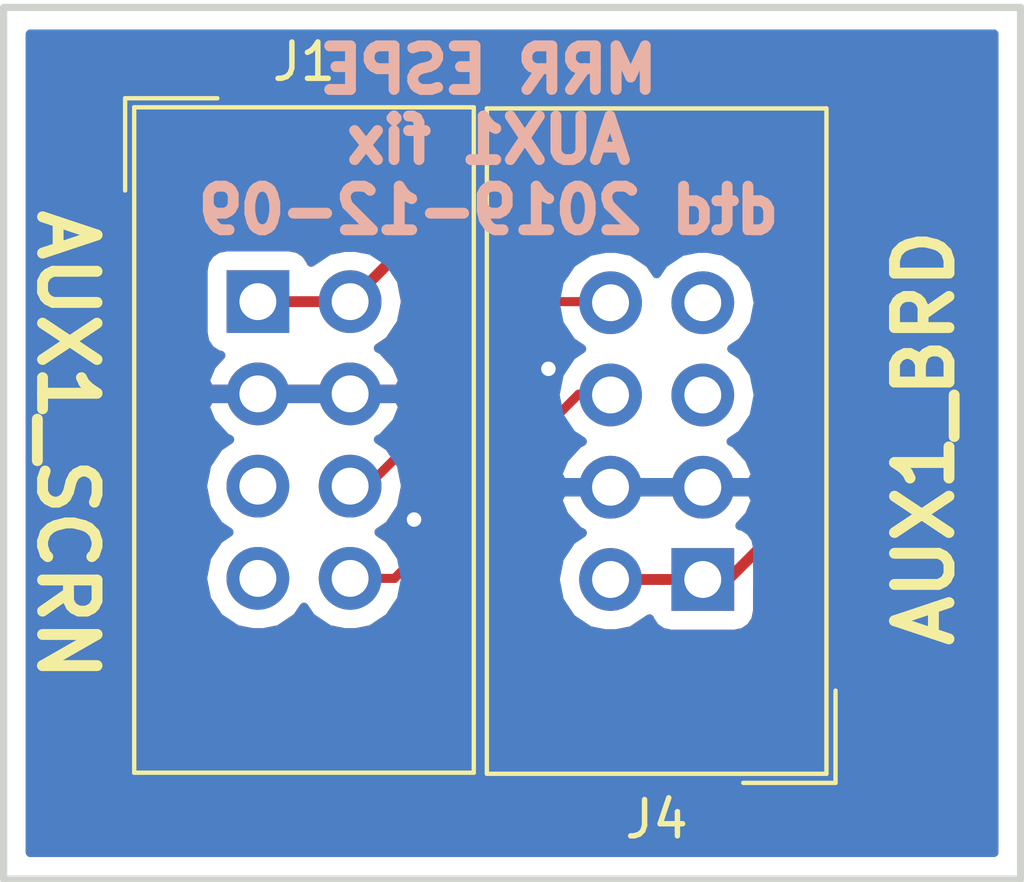
<source format=kicad_pcb>
(kicad_pcb (version 20171130) (host pcbnew 5.0.2-bee76a0~70~ubuntu18.04.1)

  (general
    (thickness 1.6)
    (drawings 7)
    (tracks 17)
    (zones 0)
    (modules 2)
    (nets 5)
  )

  (page A4)
  (layers
    (0 F.Cu signal)
    (31 B.Cu signal)
    (32 B.Adhes user)
    (33 F.Adhes user)
    (34 B.Paste user)
    (35 F.Paste user)
    (36 B.SilkS user)
    (37 F.SilkS user)
    (38 B.Mask user)
    (39 F.Mask user)
    (40 Dwgs.User user)
    (41 Cmts.User user)
    (42 Eco1.User user)
    (43 Eco2.User user)
    (44 Edge.Cuts user)
    (45 Margin user)
    (46 B.CrtYd user)
    (47 F.CrtYd user)
    (48 B.Fab user)
    (49 F.Fab user)
  )

  (setup
    (last_trace_width 0.25)
    (trace_clearance 0.2)
    (zone_clearance 0.508)
    (zone_45_only no)
    (trace_min 0.2)
    (segment_width 0.2)
    (edge_width 0.2)
    (via_size 0.8)
    (via_drill 0.4)
    (via_min_size 0.4)
    (via_min_drill 0.3)
    (uvia_size 0.3)
    (uvia_drill 0.1)
    (uvias_allowed no)
    (uvia_min_size 0.2)
    (uvia_min_drill 0.1)
    (pcb_text_width 0.3)
    (pcb_text_size 1.5 1.5)
    (mod_edge_width 0.15)
    (mod_text_size 1 1)
    (mod_text_width 0.15)
    (pad_size 2.5 2.5)
    (pad_drill 1)
    (pad_to_mask_clearance 0.051)
    (solder_mask_min_width 0.25)
    (aux_axis_origin 0 0)
    (visible_elements FFFFFF7F)
    (pcbplotparams
      (layerselection 0x010fc_ffffffff)
      (usegerberextensions true)
      (usegerberattributes false)
      (usegerberadvancedattributes false)
      (creategerberjobfile false)
      (excludeedgelayer true)
      (linewidth 0.100000)
      (plotframeref false)
      (viasonmask false)
      (mode 1)
      (useauxorigin false)
      (hpglpennumber 1)
      (hpglpenspeed 20)
      (hpglpendiameter 15.000000)
      (psnegative false)
      (psa4output false)
      (plotreference true)
      (plotvalue true)
      (plotinvisibletext false)
      (padsonsilk false)
      (subtractmaskfromsilk false)
      (outputformat 1)
      (mirror false)
      (drillshape 0)
      (scaleselection 1)
      (outputdirectory "gerber/"))
  )

  (net 0 "")
  (net 1 +5V)
  (net 2 GND)
  (net 3 TX)
  (net 4 RX)

  (net_class Default "This is the default net class."
    (clearance 0.2)
    (trace_width 0.25)
    (via_dia 0.8)
    (via_drill 0.4)
    (uvia_dia 0.3)
    (uvia_drill 0.1)
    (add_net GND)
    (add_net RX)
    (add_net TX)
  )

  (net_class +5V ""
    (clearance 0.2)
    (trace_width 0.3)
    (via_dia 0.8)
    (via_drill 0.4)
    (uvia_dia 0.3)
    (uvia_drill 0.1)
    (add_net +5V)
  )

  (module Connector_IDC:IDC-Header_2x04_P2.54mm_Vertical (layer F.Cu) (tedit 59DE070F) (tstamp 5DFC66A5)
    (at 89 61.1)
    (descr "Through hole straight IDC box header, 2x04, 2.54mm pitch, double rows")
    (tags "Through hole IDC box header THT 2x04 2.54mm double row")
    (path /5DEE281C)
    (fp_text reference J1 (at 1.27 -6.604) (layer F.SilkS)
      (effects (font (size 1 1) (thickness 0.15)))
    )
    (fp_text value AUX1_SCRN (at 1.27 14.224) (layer F.Fab)
      (effects (font (size 1 1) (thickness 0.15)))
    )
    (fp_text user %R (at 1.27 3.81) (layer F.Fab)
      (effects (font (size 1 1) (thickness 0.15)))
    )
    (fp_line (start 5.695 -5.1) (end 5.695 12.72) (layer F.Fab) (width 0.1))
    (fp_line (start 5.145 -4.56) (end 5.145 12.16) (layer F.Fab) (width 0.1))
    (fp_line (start -3.155 -5.1) (end -3.155 12.72) (layer F.Fab) (width 0.1))
    (fp_line (start -2.605 -4.56) (end -2.605 1.56) (layer F.Fab) (width 0.1))
    (fp_line (start -2.605 6.06) (end -2.605 12.16) (layer F.Fab) (width 0.1))
    (fp_line (start -2.605 1.56) (end -3.155 1.56) (layer F.Fab) (width 0.1))
    (fp_line (start -2.605 6.06) (end -3.155 6.06) (layer F.Fab) (width 0.1))
    (fp_line (start 5.695 -5.1) (end -3.155 -5.1) (layer F.Fab) (width 0.1))
    (fp_line (start 5.145 -4.56) (end -2.605 -4.56) (layer F.Fab) (width 0.1))
    (fp_line (start 5.695 12.72) (end -3.155 12.72) (layer F.Fab) (width 0.1))
    (fp_line (start 5.145 12.16) (end -2.605 12.16) (layer F.Fab) (width 0.1))
    (fp_line (start 5.695 -5.1) (end 5.145 -4.56) (layer F.Fab) (width 0.1))
    (fp_line (start 5.695 12.72) (end 5.145 12.16) (layer F.Fab) (width 0.1))
    (fp_line (start -3.155 -5.1) (end -2.605 -4.56) (layer F.Fab) (width 0.1))
    (fp_line (start -3.155 12.72) (end -2.605 12.16) (layer F.Fab) (width 0.1))
    (fp_line (start 5.95 -5.35) (end 5.95 12.97) (layer F.CrtYd) (width 0.05))
    (fp_line (start 5.95 12.97) (end -3.41 12.97) (layer F.CrtYd) (width 0.05))
    (fp_line (start -3.41 12.97) (end -3.41 -5.35) (layer F.CrtYd) (width 0.05))
    (fp_line (start -3.41 -5.35) (end 5.95 -5.35) (layer F.CrtYd) (width 0.05))
    (fp_line (start 5.945 -5.35) (end 5.945 12.97) (layer F.SilkS) (width 0.12))
    (fp_line (start 5.945 12.97) (end -3.405 12.97) (layer F.SilkS) (width 0.12))
    (fp_line (start -3.405 12.97) (end -3.405 -5.35) (layer F.SilkS) (width 0.12))
    (fp_line (start -3.405 -5.35) (end 5.945 -5.35) (layer F.SilkS) (width 0.12))
    (fp_line (start -3.655 -5.6) (end -3.655 -3.06) (layer F.SilkS) (width 0.12))
    (fp_line (start -3.655 -5.6) (end -1.115 -5.6) (layer F.SilkS) (width 0.12))
    (pad 1 thru_hole rect (at 0 0) (size 1.7272 1.7272) (drill 1.016) (layers *.Cu *.Mask)
      (net 1 +5V))
    (pad 2 thru_hole oval (at 2.54 0) (size 1.7272 1.7272) (drill 1.016) (layers *.Cu *.Mask)
      (net 1 +5V))
    (pad 3 thru_hole oval (at 0 2.54) (size 1.7272 1.7272) (drill 1.016) (layers *.Cu *.Mask)
      (net 2 GND))
    (pad 4 thru_hole oval (at 2.54 2.54) (size 1.7272 1.7272) (drill 1.016) (layers *.Cu *.Mask)
      (net 2 GND))
    (pad 5 thru_hole oval (at 0 5.08) (size 1.7272 1.7272) (drill 1.016) (layers *.Cu *.Mask))
    (pad 6 thru_hole oval (at 2.54 5.08) (size 1.7272 1.7272) (drill 1.016) (layers *.Cu *.Mask)
      (net 3 TX))
    (pad 7 thru_hole oval (at 0 7.62) (size 1.7272 1.7272) (drill 1.016) (layers *.Cu *.Mask))
    (pad 8 thru_hole oval (at 2.54 7.62) (size 1.7272 1.7272) (drill 1.016) (layers *.Cu *.Mask)
      (net 4 RX))
    (model ${KISYS3DMOD}/Connector_IDC.3dshapes/IDC-Header_2x04_P2.54mm_Vertical.wrl
      (at (xyz 0 0 0))
      (scale (xyz 1 1 1))
      (rotate (xyz 0 0 0))
    )
  )

  (module Connector_IDC:IDC-Header_2x04_P2.54mm_Vertical (layer F.Cu) (tedit 59DE070F) (tstamp 5DFC671B)
    (at 101.25 68.75 180)
    (descr "Through hole straight IDC box header, 2x04, 2.54mm pitch, double rows")
    (tags "Through hole IDC box header THT 2x04 2.54mm double row")
    (path /5DEE2858)
    (fp_text reference J4 (at 1.27 -6.604 180) (layer F.SilkS)
      (effects (font (size 1 1) (thickness 0.15)))
    )
    (fp_text value AUX1_BRD (at 1.27 14.224 180) (layer F.Fab)
      (effects (font (size 1 1) (thickness 0.15)))
    )
    (fp_line (start -3.655 -5.6) (end -1.115 -5.6) (layer F.SilkS) (width 0.12))
    (fp_line (start -3.655 -5.6) (end -3.655 -3.06) (layer F.SilkS) (width 0.12))
    (fp_line (start -3.405 -5.35) (end 5.945 -5.35) (layer F.SilkS) (width 0.12))
    (fp_line (start -3.405 12.97) (end -3.405 -5.35) (layer F.SilkS) (width 0.12))
    (fp_line (start 5.945 12.97) (end -3.405 12.97) (layer F.SilkS) (width 0.12))
    (fp_line (start 5.945 -5.35) (end 5.945 12.97) (layer F.SilkS) (width 0.12))
    (fp_line (start -3.41 -5.35) (end 5.95 -5.35) (layer F.CrtYd) (width 0.05))
    (fp_line (start -3.41 12.97) (end -3.41 -5.35) (layer F.CrtYd) (width 0.05))
    (fp_line (start 5.95 12.97) (end -3.41 12.97) (layer F.CrtYd) (width 0.05))
    (fp_line (start 5.95 -5.35) (end 5.95 12.97) (layer F.CrtYd) (width 0.05))
    (fp_line (start -3.155 12.72) (end -2.605 12.16) (layer F.Fab) (width 0.1))
    (fp_line (start -3.155 -5.1) (end -2.605 -4.56) (layer F.Fab) (width 0.1))
    (fp_line (start 5.695 12.72) (end 5.145 12.16) (layer F.Fab) (width 0.1))
    (fp_line (start 5.695 -5.1) (end 5.145 -4.56) (layer F.Fab) (width 0.1))
    (fp_line (start 5.145 12.16) (end -2.605 12.16) (layer F.Fab) (width 0.1))
    (fp_line (start 5.695 12.72) (end -3.155 12.72) (layer F.Fab) (width 0.1))
    (fp_line (start 5.145 -4.56) (end -2.605 -4.56) (layer F.Fab) (width 0.1))
    (fp_line (start 5.695 -5.1) (end -3.155 -5.1) (layer F.Fab) (width 0.1))
    (fp_line (start -2.605 6.06) (end -3.155 6.06) (layer F.Fab) (width 0.1))
    (fp_line (start -2.605 1.56) (end -3.155 1.56) (layer F.Fab) (width 0.1))
    (fp_line (start -2.605 6.06) (end -2.605 12.16) (layer F.Fab) (width 0.1))
    (fp_line (start -2.605 -4.56) (end -2.605 1.56) (layer F.Fab) (width 0.1))
    (fp_line (start -3.155 -5.1) (end -3.155 12.72) (layer F.Fab) (width 0.1))
    (fp_line (start 5.145 -4.56) (end 5.145 12.16) (layer F.Fab) (width 0.1))
    (fp_line (start 5.695 -5.1) (end 5.695 12.72) (layer F.Fab) (width 0.1))
    (fp_text user %R (at 1.27 3.81 180) (layer F.Fab)
      (effects (font (size 1 1) (thickness 0.15)))
    )
    (pad 8 thru_hole oval (at 2.54 7.62 180) (size 1.7272 1.7272) (drill 1.016) (layers *.Cu *.Mask)
      (net 3 TX))
    (pad 7 thru_hole oval (at 0 7.62 180) (size 1.7272 1.7272) (drill 1.016) (layers *.Cu *.Mask))
    (pad 6 thru_hole oval (at 2.54 5.08 180) (size 1.7272 1.7272) (drill 1.016) (layers *.Cu *.Mask)
      (net 4 RX))
    (pad 5 thru_hole oval (at 0 5.08 180) (size 1.7272 1.7272) (drill 1.016) (layers *.Cu *.Mask))
    (pad 4 thru_hole oval (at 2.54 2.54 180) (size 1.7272 1.7272) (drill 1.016) (layers *.Cu *.Mask)
      (net 2 GND))
    (pad 3 thru_hole oval (at 0 2.54 180) (size 1.7272 1.7272) (drill 1.016) (layers *.Cu *.Mask)
      (net 2 GND))
    (pad 2 thru_hole oval (at 2.54 0 180) (size 1.7272 1.7272) (drill 1.016) (layers *.Cu *.Mask)
      (net 1 +5V))
    (pad 1 thru_hole rect (at 0 0 180) (size 1.7272 1.7272) (drill 1.016) (layers *.Cu *.Mask)
      (net 1 +5V))
    (model ${KISYS3DMOD}/Connector_IDC.3dshapes/IDC-Header_2x04_P2.54mm_Vertical.wrl
      (at (xyz 0 0 0))
      (scale (xyz 1 1 1))
      (rotate (xyz 0 0 0))
    )
  )

  (gr_text "MRR ESPE\nAUX1 fix\ndtd 2019-12-09" (at 95.35 56.65) (layer B.SilkS)
    (effects (font (size 1.2 1.2) (thickness 0.3)) (justify mirror))
  )
  (gr_line (start 110 53) (end 110 77) (layer Edge.Cuts) (width 0.2))
  (gr_line (start 82 77) (end 82 53) (layer Edge.Cuts) (width 0.2))
  (gr_line (start 110 77) (end 82 77) (layer Edge.Cuts) (width 0.2))
  (gr_line (start 82 53) (end 110 53) (layer Edge.Cuts) (width 0.2))
  (gr_text AUX1_BRD (at 107.35 64.85 90) (layer F.SilkS) (tstamp 5DFD3D91)
    (effects (font (size 1.5 1.5) (thickness 0.3)))
  )
  (gr_text AUX1_SCRN (at 83.75 65.05 270) (layer F.SilkS) (tstamp 5DFD3D8C)
    (effects (font (size 1.5 1.5) (thickness 0.3)))
  )

  (segment (start 89 61.1) (end 91.45 61.1) (width 0.3) (layer F.Cu) (net 1) (status 30))
  (segment (start 101.25 68.75) (end 100.1364 68.75) (width 0.3) (layer F.Cu) (net 1) (status 10))
  (segment (start 100.1364 68.75) (end 98.6 68.75) (width 0.3) (layer F.Cu) (net 1) (status 20))
  (segment (start 93.34 59.3) (end 102.1 59.3) (width 0.3) (layer F.Cu) (net 1))
  (segment (start 101.8 68.9) (end 101.3 68.9) (width 0.3) (layer F.Cu) (net 1) (status 30))
  (segment (start 103.2 67.5) (end 101.8 68.9) (width 0.3) (layer F.Cu) (net 1) (status 20))
  (segment (start 103.2 60.4) (end 103.2 67.5) (width 0.3) (layer F.Cu) (net 1))
  (segment (start 102.1 59.3) (end 103.2 60.4) (width 0.3) (layer F.Cu) (net 1))
  (segment (start 91.54 61.1) (end 93.34 59.3) (width 0.3) (layer F.Cu) (net 1) (status 10))
  (via (at 93.3 67.1) (size 0.8) (drill 0.4) (layers F.Cu B.Cu) (net 2))
  (via (at 97 62.95) (size 0.8) (drill 0.4) (layers F.Cu B.Cu) (net 2))
  (segment (start 91.54 66.18) (end 92.02 66.18) (width 0.25) (layer F.Cu) (net 3) (status 30))
  (segment (start 92.02 66.18) (end 97.1 61.1) (width 0.25) (layer F.Cu) (net 3) (status 10))
  (segment (start 97.1 61.1) (end 98.65 61.1) (width 0.25) (layer F.Cu) (net 3) (status 20))
  (segment (start 92.761314 68.72) (end 97.831314 63.65) (width 0.25) (layer F.Cu) (net 4))
  (segment (start 91.54 68.72) (end 92.761314 68.72) (width 0.25) (layer F.Cu) (net 4) (status 10))
  (segment (start 97.831314 63.65) (end 98.65 63.65) (width 0.25) (layer F.Cu) (net 4) (status 20))

  (zone (net 2) (net_name GND) (layer B.Cu) (tstamp 5DEE5954) (hatch edge 0.508)
    (connect_pads (clearance 0.508))
    (min_thickness 0.254)
    (fill yes (arc_segments 16) (thermal_gap 0.508) (thermal_bridge_width 0.508))
    (polygon
      (pts
        (xy 81.929735 52.840692) (xy 109.879735 52.840692) (xy 109.95 76.95) (xy 82.05 76.8)
      )
    )
    (filled_polygon
      (pts
        (xy 109.265001 76.265) (xy 82.735 76.265) (xy 82.735 66.18) (xy 87.472041 66.18) (xy 87.58835 66.764725)
        (xy 87.91957 67.26043) (xy 88.203281 67.45) (xy 87.91957 67.63957) (xy 87.58835 68.135275) (xy 87.472041 68.72)
        (xy 87.58835 69.304725) (xy 87.91957 69.80043) (xy 88.415275 70.13165) (xy 88.852402 70.2186) (xy 89.147598 70.2186)
        (xy 89.584725 70.13165) (xy 90.08043 69.80043) (xy 90.27 69.516719) (xy 90.45957 69.80043) (xy 90.955275 70.13165)
        (xy 91.392402 70.2186) (xy 91.687598 70.2186) (xy 92.124725 70.13165) (xy 92.62043 69.80043) (xy 92.95165 69.304725)
        (xy 93.061991 68.75) (xy 97.182041 68.75) (xy 97.29835 69.334725) (xy 97.62957 69.83043) (xy 98.125275 70.16165)
        (xy 98.562402 70.2486) (xy 98.857598 70.2486) (xy 99.294725 70.16165) (xy 99.783068 69.835349) (xy 99.788243 69.861365)
        (xy 99.928591 70.071409) (xy 100.138635 70.211757) (xy 100.3864 70.26104) (xy 102.1136 70.26104) (xy 102.361365 70.211757)
        (xy 102.571409 70.071409) (xy 102.711757 69.861365) (xy 102.76104 69.6136) (xy 102.76104 67.8864) (xy 102.711757 67.638635)
        (xy 102.571409 67.428591) (xy 102.361365 67.288243) (xy 102.272064 67.27048) (xy 102.532688 66.984947) (xy 102.704958 66.569026)
        (xy 102.583817 66.337) (xy 101.377 66.337) (xy 101.377 66.357) (xy 101.123 66.357) (xy 101.123 66.337)
        (xy 98.837 66.337) (xy 98.837 66.357) (xy 98.583 66.357) (xy 98.583 66.337) (xy 97.376183 66.337)
        (xy 97.255042 66.569026) (xy 97.427312 66.984947) (xy 97.82151 67.416821) (xy 97.931021 67.468146) (xy 97.62957 67.66957)
        (xy 97.29835 68.165275) (xy 97.182041 68.75) (xy 93.061991 68.75) (xy 93.067959 68.72) (xy 92.95165 68.135275)
        (xy 92.62043 67.63957) (xy 92.336719 67.45) (xy 92.62043 67.26043) (xy 92.95165 66.764725) (xy 93.067959 66.18)
        (xy 92.95165 65.595275) (xy 92.62043 65.09957) (xy 92.318979 64.898146) (xy 92.42849 64.846821) (xy 92.822688 64.414947)
        (xy 92.994958 63.999026) (xy 92.873817 63.767) (xy 91.667 63.767) (xy 91.667 63.787) (xy 91.413 63.787)
        (xy 91.413 63.767) (xy 89.127 63.767) (xy 89.127 63.787) (xy 88.873 63.787) (xy 88.873 63.767)
        (xy 87.666183 63.767) (xy 87.545042 63.999026) (xy 87.717312 64.414947) (xy 88.11151 64.846821) (xy 88.221021 64.898146)
        (xy 87.91957 65.09957) (xy 87.58835 65.595275) (xy 87.472041 66.18) (xy 82.735 66.18) (xy 82.735 60.2364)
        (xy 87.48896 60.2364) (xy 87.48896 61.9636) (xy 87.538243 62.211365) (xy 87.678591 62.421409) (xy 87.888635 62.561757)
        (xy 87.977936 62.57952) (xy 87.717312 62.865053) (xy 87.545042 63.280974) (xy 87.666183 63.513) (xy 88.873 63.513)
        (xy 88.873 63.493) (xy 89.127 63.493) (xy 89.127 63.513) (xy 91.413 63.513) (xy 91.413 63.493)
        (xy 91.667 63.493) (xy 91.667 63.513) (xy 92.873817 63.513) (xy 92.994958 63.280974) (xy 92.822688 62.865053)
        (xy 92.42849 62.433179) (xy 92.318979 62.381854) (xy 92.62043 62.18043) (xy 92.95165 61.684725) (xy 93.061991 61.13)
        (xy 97.182041 61.13) (xy 97.29835 61.714725) (xy 97.62957 62.21043) (xy 97.913281 62.4) (xy 97.62957 62.58957)
        (xy 97.29835 63.085275) (xy 97.182041 63.67) (xy 97.29835 64.254725) (xy 97.62957 64.75043) (xy 97.931021 64.951854)
        (xy 97.82151 65.003179) (xy 97.427312 65.435053) (xy 97.255042 65.850974) (xy 97.376183 66.083) (xy 98.583 66.083)
        (xy 98.583 66.063) (xy 98.837 66.063) (xy 98.837 66.083) (xy 101.123 66.083) (xy 101.123 66.063)
        (xy 101.377 66.063) (xy 101.377 66.083) (xy 102.583817 66.083) (xy 102.704958 65.850974) (xy 102.532688 65.435053)
        (xy 102.13849 65.003179) (xy 102.028979 64.951854) (xy 102.33043 64.75043) (xy 102.66165 64.254725) (xy 102.777959 63.67)
        (xy 102.66165 63.085275) (xy 102.33043 62.58957) (xy 102.046719 62.4) (xy 102.33043 62.21043) (xy 102.66165 61.714725)
        (xy 102.777959 61.13) (xy 102.66165 60.545275) (xy 102.33043 60.04957) (xy 101.834725 59.71835) (xy 101.397598 59.6314)
        (xy 101.102402 59.6314) (xy 100.665275 59.71835) (xy 100.16957 60.04957) (xy 99.98 60.333281) (xy 99.79043 60.04957)
        (xy 99.294725 59.71835) (xy 98.857598 59.6314) (xy 98.562402 59.6314) (xy 98.125275 59.71835) (xy 97.62957 60.04957)
        (xy 97.29835 60.545275) (xy 97.182041 61.13) (xy 93.061991 61.13) (xy 93.067959 61.1) (xy 92.95165 60.515275)
        (xy 92.62043 60.01957) (xy 92.124725 59.68835) (xy 91.687598 59.6014) (xy 91.392402 59.6014) (xy 90.955275 59.68835)
        (xy 90.466932 60.014651) (xy 90.461757 59.988635) (xy 90.321409 59.778591) (xy 90.111365 59.638243) (xy 89.8636 59.58896)
        (xy 88.1364 59.58896) (xy 87.888635 59.638243) (xy 87.678591 59.778591) (xy 87.538243 59.988635) (xy 87.48896 60.2364)
        (xy 82.735 60.2364) (xy 82.735 53.735) (xy 109.265 53.735)
      )
    )
  )
  (zone (net 2) (net_name GND) (layer F.Cu) (tstamp 5DEE5951) (hatch edge 0.508)
    (connect_pads (clearance 0.508))
    (min_thickness 0.254)
    (fill yes (arc_segments 16) (thermal_gap 0.508) (thermal_bridge_width 0.508))
    (polygon
      (pts
        (xy 81.929735 52.795048) (xy 109.879735 52.795048) (xy 110.05 76.9) (xy 82 76.85)
      )
    )
    (filled_polygon
      (pts
        (xy 109.265001 76.265) (xy 82.735 76.265) (xy 82.735 66.18) (xy 87.472041 66.18) (xy 87.58835 66.764725)
        (xy 87.91957 67.26043) (xy 88.203281 67.45) (xy 87.91957 67.63957) (xy 87.58835 68.135275) (xy 87.472041 68.72)
        (xy 87.58835 69.304725) (xy 87.91957 69.80043) (xy 88.415275 70.13165) (xy 88.852402 70.2186) (xy 89.147598 70.2186)
        (xy 89.584725 70.13165) (xy 90.08043 69.80043) (xy 90.27 69.516719) (xy 90.45957 69.80043) (xy 90.955275 70.13165)
        (xy 91.392402 70.2186) (xy 91.687598 70.2186) (xy 92.124725 70.13165) (xy 92.62043 69.80043) (xy 92.834286 69.480373)
        (xy 92.836161 69.48) (xy 92.836166 69.48) (xy 93.057851 69.435904) (xy 93.309243 69.267929) (xy 93.351645 69.20447)
        (xy 97.735144 64.820972) (xy 97.931021 64.951854) (xy 97.82151 65.003179) (xy 97.427312 65.435053) (xy 97.255042 65.850974)
        (xy 97.376183 66.083) (xy 98.583 66.083) (xy 98.583 66.063) (xy 98.837 66.063) (xy 98.837 66.083)
        (xy 101.123 66.083) (xy 101.123 66.063) (xy 101.377 66.063) (xy 101.377 66.083) (xy 101.397 66.083)
        (xy 101.397 66.337) (xy 101.377 66.337) (xy 101.377 66.357) (xy 101.123 66.357) (xy 101.123 66.337)
        (xy 98.837 66.337) (xy 98.837 66.357) (xy 98.583 66.357) (xy 98.583 66.337) (xy 97.376183 66.337)
        (xy 97.255042 66.569026) (xy 97.427312 66.984947) (xy 97.82151 67.416821) (xy 97.931021 67.468146) (xy 97.62957 67.66957)
        (xy 97.29835 68.165275) (xy 97.182041 68.75) (xy 97.29835 69.334725) (xy 97.62957 69.83043) (xy 98.125275 70.16165)
        (xy 98.562402 70.2486) (xy 98.857598 70.2486) (xy 99.294725 70.16165) (xy 99.783068 69.835349) (xy 99.788243 69.861365)
        (xy 99.928591 70.071409) (xy 100.138635 70.211757) (xy 100.3864 70.26104) (xy 102.1136 70.26104) (xy 102.361365 70.211757)
        (xy 102.571409 70.071409) (xy 102.711757 69.861365) (xy 102.76104 69.6136) (xy 102.76104 69.049117) (xy 103.700411 68.109747)
        (xy 103.765953 68.065953) (xy 103.809747 68.000411) (xy 103.809749 68.000409) (xy 103.939454 67.806292) (xy 103.964853 67.6786)
        (xy 103.985 67.577316) (xy 103.985 67.577312) (xy 104.000378 67.5) (xy 103.985 67.422688) (xy 103.985 60.477312)
        (xy 104.000378 60.4) (xy 103.985 60.322688) (xy 103.985 60.322684) (xy 103.939454 60.093708) (xy 103.909962 60.04957)
        (xy 103.809749 59.899591) (xy 103.809747 59.899589) (xy 103.765953 59.834047) (xy 103.700411 59.790253) (xy 102.709749 58.799592)
        (xy 102.665953 58.734047) (xy 102.406292 58.560546) (xy 102.177316 58.515) (xy 102.177312 58.515) (xy 102.1 58.499622)
        (xy 102.022688 58.515) (xy 93.41731 58.515) (xy 93.339999 58.499622) (xy 93.262688 58.515) (xy 93.262684 58.515)
        (xy 93.033708 58.560546) (xy 93.033706 58.560547) (xy 93.033707 58.560547) (xy 92.839591 58.690251) (xy 92.839589 58.690253)
        (xy 92.774047 58.734047) (xy 92.730253 58.799589) (xy 91.888484 59.641359) (xy 91.687598 59.6014) (xy 91.392402 59.6014)
        (xy 90.955275 59.68835) (xy 90.466932 60.014651) (xy 90.461757 59.988635) (xy 90.321409 59.778591) (xy 90.111365 59.638243)
        (xy 89.8636 59.58896) (xy 88.1364 59.58896) (xy 87.888635 59.638243) (xy 87.678591 59.778591) (xy 87.538243 59.988635)
        (xy 87.48896 60.2364) (xy 87.48896 61.9636) (xy 87.538243 62.211365) (xy 87.678591 62.421409) (xy 87.888635 62.561757)
        (xy 87.977936 62.57952) (xy 87.717312 62.865053) (xy 87.545042 63.280974) (xy 87.666183 63.513) (xy 88.873 63.513)
        (xy 88.873 63.493) (xy 89.127 63.493) (xy 89.127 63.513) (xy 91.413 63.513) (xy 91.413 63.493)
        (xy 91.667 63.493) (xy 91.667 63.513) (xy 92.873817 63.513) (xy 92.994958 63.280974) (xy 92.822688 62.865053)
        (xy 92.42849 62.433179) (xy 92.318979 62.381854) (xy 92.62043 62.18043) (xy 92.95165 61.684725) (xy 93.067959 61.1)
        (xy 92.998641 60.751516) (xy 93.665158 60.085) (xy 97.605896 60.085) (xy 97.435511 60.34) (xy 97.174847 60.34)
        (xy 97.1 60.325112) (xy 97.025153 60.34) (xy 97.025148 60.34) (xy 96.803463 60.384096) (xy 96.552071 60.552071)
        (xy 96.509671 60.615527) (xy 92.902184 64.223014) (xy 92.994958 63.999026) (xy 92.873817 63.767) (xy 91.667 63.767)
        (xy 91.667 63.787) (xy 91.413 63.787) (xy 91.413 63.767) (xy 89.127 63.767) (xy 89.127 63.787)
        (xy 88.873 63.787) (xy 88.873 63.767) (xy 87.666183 63.767) (xy 87.545042 63.999026) (xy 87.717312 64.414947)
        (xy 88.11151 64.846821) (xy 88.221021 64.898146) (xy 87.91957 65.09957) (xy 87.58835 65.595275) (xy 87.472041 66.18)
        (xy 82.735 66.18) (xy 82.735 53.735) (xy 109.265 53.735)
      )
    )
    (filled_polygon
      (pts
        (xy 97.62957 62.21043) (xy 97.913281 62.4) (xy 97.62957 62.58957) (xy 97.29835 63.085275) (xy 97.296791 63.093114)
        (xy 97.283385 63.102071) (xy 97.240985 63.165527) (xy 92.679115 67.727398) (xy 92.62043 67.63957) (xy 92.336719 67.45)
        (xy 92.62043 67.26043) (xy 92.95165 66.764725) (xy 93.061294 66.213507) (xy 97.403183 61.871619)
      )
    )
  )
)

</source>
